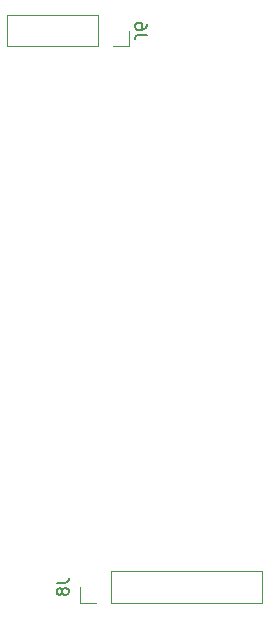
<source format=gbr>
%TF.GenerationSoftware,KiCad,Pcbnew,(5.1.8)-1*%
%TF.CreationDate,2021-07-02T09:49:45+03:00*%
%TF.ProjectId,Automation 101_Agriboard,4175746f-6d61-4746-996f-6e203130315f,rev?*%
%TF.SameCoordinates,Original*%
%TF.FileFunction,Legend,Bot*%
%TF.FilePolarity,Positive*%
%FSLAX46Y46*%
G04 Gerber Fmt 4.6, Leading zero omitted, Abs format (unit mm)*
G04 Created by KiCad (PCBNEW (5.1.8)-1) date 2021-07-02 09:49:45*
%MOMM*%
%LPD*%
G01*
G04 APERTURE LIST*
%ADD10C,0.120000*%
%ADD11C,0.150000*%
G04 APERTURE END LIST*
D10*
%TO.C,J6*%
X102290000Y-37940000D02*
X102290000Y-35280000D01*
X109970000Y-37940000D02*
X102290000Y-37940000D01*
X109970000Y-35280000D02*
X102290000Y-35280000D01*
X109970000Y-37940000D02*
X109970000Y-35280000D01*
X111240000Y-37940000D02*
X112570000Y-37940000D01*
X112570000Y-37940000D02*
X112570000Y-36610000D01*
%TO.C,J8*%
X108480000Y-83690000D02*
X108480000Y-85020000D01*
X108480000Y-85020000D02*
X109810000Y-85020000D01*
X111080000Y-85020000D02*
X123840000Y-85020000D01*
X123840000Y-82360000D02*
X123840000Y-85020000D01*
X111080000Y-82360000D02*
X123840000Y-82360000D01*
X111080000Y-82360000D02*
X111080000Y-85020000D01*
%TO.C,J6*%
D11*
X114117619Y-36943333D02*
X113403333Y-36943333D01*
X113260476Y-36990952D01*
X113165238Y-37086190D01*
X113117619Y-37229047D01*
X113117619Y-37324285D01*
X114117619Y-36038571D02*
X114117619Y-36229047D01*
X114070000Y-36324285D01*
X114022380Y-36371904D01*
X113879523Y-36467142D01*
X113689047Y-36514761D01*
X113308095Y-36514761D01*
X113212857Y-36467142D01*
X113165238Y-36419523D01*
X113117619Y-36324285D01*
X113117619Y-36133809D01*
X113165238Y-36038571D01*
X113212857Y-35990952D01*
X113308095Y-35943333D01*
X113546190Y-35943333D01*
X113641428Y-35990952D01*
X113689047Y-36038571D01*
X113736666Y-36133809D01*
X113736666Y-36324285D01*
X113689047Y-36419523D01*
X113641428Y-36467142D01*
X113546190Y-36514761D01*
%TO.C,J8*%
X106492380Y-83356666D02*
X107206666Y-83356666D01*
X107349523Y-83309047D01*
X107444761Y-83213809D01*
X107492380Y-83070952D01*
X107492380Y-82975714D01*
X106920952Y-83975714D02*
X106873333Y-83880476D01*
X106825714Y-83832857D01*
X106730476Y-83785238D01*
X106682857Y-83785238D01*
X106587619Y-83832857D01*
X106540000Y-83880476D01*
X106492380Y-83975714D01*
X106492380Y-84166190D01*
X106540000Y-84261428D01*
X106587619Y-84309047D01*
X106682857Y-84356666D01*
X106730476Y-84356666D01*
X106825714Y-84309047D01*
X106873333Y-84261428D01*
X106920952Y-84166190D01*
X106920952Y-83975714D01*
X106968571Y-83880476D01*
X107016190Y-83832857D01*
X107111428Y-83785238D01*
X107301904Y-83785238D01*
X107397142Y-83832857D01*
X107444761Y-83880476D01*
X107492380Y-83975714D01*
X107492380Y-84166190D01*
X107444761Y-84261428D01*
X107397142Y-84309047D01*
X107301904Y-84356666D01*
X107111428Y-84356666D01*
X107016190Y-84309047D01*
X106968571Y-84261428D01*
X106920952Y-84166190D01*
%TD*%
M02*

</source>
